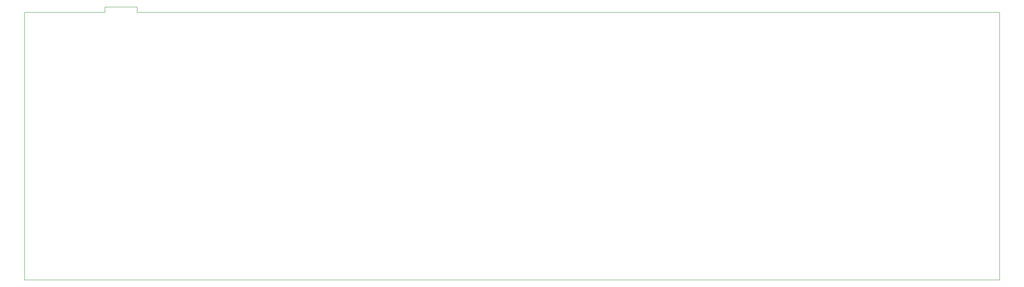
<source format=gm1>
G04 #@! TF.GenerationSoftware,KiCad,Pcbnew,(5.0.0-rc2-dev-733-g23a9fcd91)*
G04 #@! TF.CreationDate,2018-05-31T02:42:35-04:00*
G04 #@! TF.ProjectId,100plus,313030706C75732E6B696361645F7063,rev?*
G04 #@! TF.SameCoordinates,Original*
G04 #@! TF.FileFunction,Profile,NP*
%FSLAX45Y45*%
G04 Gerber Fmt 4.5, Leading zero omitted, Abs format (unit mm)*
G04 Created by KiCad (PCBNEW (5.0.0-rc2-dev-733-g23a9fcd91)) date 05/31/18 02:42:35*
%MOMM*%
%LPD*%
G01*
G04 APERTURE LIST*
%ADD10C,0.150000*%
G04 APERTURE END LIST*
D10*
X48577500Y-19764375D02*
X5238750Y-19764375D01*
X48577500Y-19526250D02*
X48577500Y-19764375D01*
X48577500Y-7858125D02*
X48577500Y-19526250D01*
X10239375Y-7858125D02*
X48577500Y-7858125D01*
X5238750Y-7858125D02*
X5238750Y-19764375D01*
X8572500Y-7858125D02*
X5238750Y-7858125D01*
X10239375Y-7620000D02*
X10239375Y-7858125D01*
X8810625Y-7620000D02*
X10239375Y-7620000D01*
X8810625Y-7858125D02*
X8810625Y-7620000D01*
X8572500Y-7858125D02*
X8810625Y-7858125D01*
M02*

</source>
